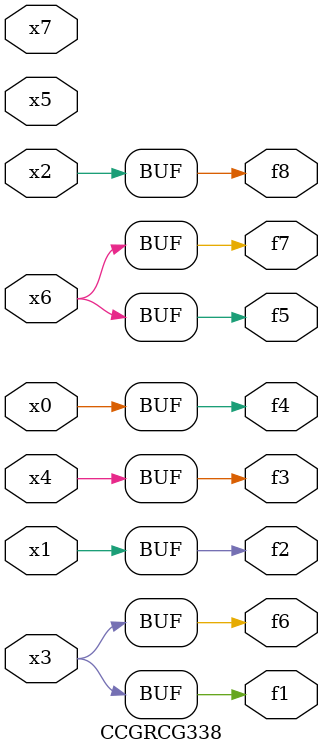
<source format=v>
module CCGRCG338(
	input x0, x1, x2, x3, x4, x5, x6, x7,
	output f1, f2, f3, f4, f5, f6, f7, f8
);
	assign f1 = x3;
	assign f2 = x1;
	assign f3 = x4;
	assign f4 = x0;
	assign f5 = x6;
	assign f6 = x3;
	assign f7 = x6;
	assign f8 = x2;
endmodule

</source>
